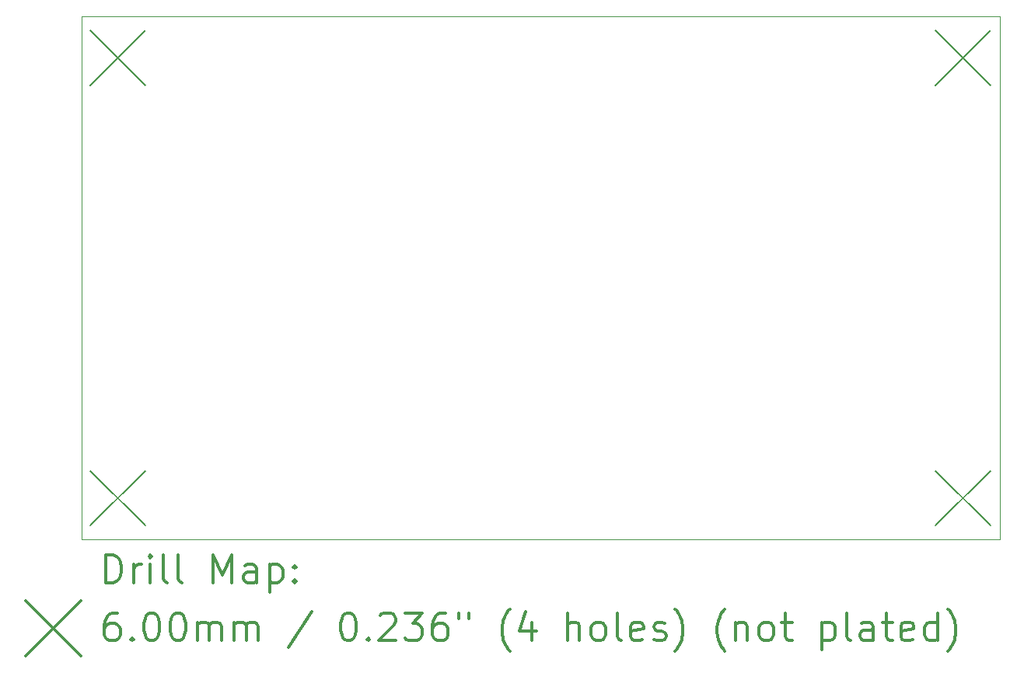
<source format=gbr>
%FSLAX45Y45*%
G04 Gerber Fmt 4.5, Leading zero omitted, Abs format (unit mm)*
G04 Created by KiCad (PCBNEW 4.0.7) date Wednesday, May 02, 2018 'PMt' 05:51:41 PM*
%MOMM*%
%LPD*%
G01*
G04 APERTURE LIST*
%ADD10C,0.127000*%
%ADD11C,0.100000*%
%ADD12C,0.200000*%
%ADD13C,0.300000*%
G04 APERTURE END LIST*
D10*
D11*
X19479000Y-7835000D02*
X9479000Y-7835000D01*
X9479000Y-13535000D02*
X19479000Y-13535000D01*
X9479000Y-7835000D02*
X9479000Y-13535000D01*
X19479000Y-13535000D02*
X19479000Y-7835000D01*
D12*
X9579000Y-7985000D02*
X10179000Y-8585000D01*
X10179000Y-7985000D02*
X9579000Y-8585000D01*
X9579000Y-12785000D02*
X10179000Y-13385000D01*
X10179000Y-12785000D02*
X9579000Y-13385000D01*
X18779000Y-7985000D02*
X19379000Y-8585000D01*
X19379000Y-7985000D02*
X18779000Y-8585000D01*
X18779000Y-12785000D02*
X19379000Y-13385000D01*
X19379000Y-12785000D02*
X18779000Y-13385000D01*
D13*
X9745429Y-14005714D02*
X9745429Y-13705714D01*
X9816857Y-13705714D01*
X9859714Y-13720000D01*
X9888286Y-13748571D01*
X9902571Y-13777143D01*
X9916857Y-13834286D01*
X9916857Y-13877143D01*
X9902571Y-13934286D01*
X9888286Y-13962857D01*
X9859714Y-13991429D01*
X9816857Y-14005714D01*
X9745429Y-14005714D01*
X10045429Y-14005714D02*
X10045429Y-13805714D01*
X10045429Y-13862857D02*
X10059714Y-13834286D01*
X10074000Y-13820000D01*
X10102571Y-13805714D01*
X10131143Y-13805714D01*
X10231143Y-14005714D02*
X10231143Y-13805714D01*
X10231143Y-13705714D02*
X10216857Y-13720000D01*
X10231143Y-13734286D01*
X10245429Y-13720000D01*
X10231143Y-13705714D01*
X10231143Y-13734286D01*
X10416857Y-14005714D02*
X10388286Y-13991429D01*
X10374000Y-13962857D01*
X10374000Y-13705714D01*
X10574000Y-14005714D02*
X10545429Y-13991429D01*
X10531143Y-13962857D01*
X10531143Y-13705714D01*
X10916857Y-14005714D02*
X10916857Y-13705714D01*
X11016857Y-13920000D01*
X11116857Y-13705714D01*
X11116857Y-14005714D01*
X11388286Y-14005714D02*
X11388286Y-13848571D01*
X11374000Y-13820000D01*
X11345428Y-13805714D01*
X11288286Y-13805714D01*
X11259714Y-13820000D01*
X11388286Y-13991429D02*
X11359714Y-14005714D01*
X11288286Y-14005714D01*
X11259714Y-13991429D01*
X11245428Y-13962857D01*
X11245428Y-13934286D01*
X11259714Y-13905714D01*
X11288286Y-13891429D01*
X11359714Y-13891429D01*
X11388286Y-13877143D01*
X11531143Y-13805714D02*
X11531143Y-14105714D01*
X11531143Y-13820000D02*
X11559714Y-13805714D01*
X11616857Y-13805714D01*
X11645428Y-13820000D01*
X11659714Y-13834286D01*
X11674000Y-13862857D01*
X11674000Y-13948571D01*
X11659714Y-13977143D01*
X11645428Y-13991429D01*
X11616857Y-14005714D01*
X11559714Y-14005714D01*
X11531143Y-13991429D01*
X11802571Y-13977143D02*
X11816857Y-13991429D01*
X11802571Y-14005714D01*
X11788286Y-13991429D01*
X11802571Y-13977143D01*
X11802571Y-14005714D01*
X11802571Y-13820000D02*
X11816857Y-13834286D01*
X11802571Y-13848571D01*
X11788286Y-13834286D01*
X11802571Y-13820000D01*
X11802571Y-13848571D01*
X8874000Y-14200000D02*
X9474000Y-14800000D01*
X9474000Y-14200000D02*
X8874000Y-14800000D01*
X9874000Y-14335714D02*
X9816857Y-14335714D01*
X9788286Y-14350000D01*
X9774000Y-14364286D01*
X9745429Y-14407143D01*
X9731143Y-14464286D01*
X9731143Y-14578571D01*
X9745429Y-14607143D01*
X9759714Y-14621429D01*
X9788286Y-14635714D01*
X9845429Y-14635714D01*
X9874000Y-14621429D01*
X9888286Y-14607143D01*
X9902571Y-14578571D01*
X9902571Y-14507143D01*
X9888286Y-14478571D01*
X9874000Y-14464286D01*
X9845429Y-14450000D01*
X9788286Y-14450000D01*
X9759714Y-14464286D01*
X9745429Y-14478571D01*
X9731143Y-14507143D01*
X10031143Y-14607143D02*
X10045429Y-14621429D01*
X10031143Y-14635714D01*
X10016857Y-14621429D01*
X10031143Y-14607143D01*
X10031143Y-14635714D01*
X10231143Y-14335714D02*
X10259714Y-14335714D01*
X10288286Y-14350000D01*
X10302571Y-14364286D01*
X10316857Y-14392857D01*
X10331143Y-14450000D01*
X10331143Y-14521429D01*
X10316857Y-14578571D01*
X10302571Y-14607143D01*
X10288286Y-14621429D01*
X10259714Y-14635714D01*
X10231143Y-14635714D01*
X10202571Y-14621429D01*
X10188286Y-14607143D01*
X10174000Y-14578571D01*
X10159714Y-14521429D01*
X10159714Y-14450000D01*
X10174000Y-14392857D01*
X10188286Y-14364286D01*
X10202571Y-14350000D01*
X10231143Y-14335714D01*
X10516857Y-14335714D02*
X10545429Y-14335714D01*
X10574000Y-14350000D01*
X10588286Y-14364286D01*
X10602571Y-14392857D01*
X10616857Y-14450000D01*
X10616857Y-14521429D01*
X10602571Y-14578571D01*
X10588286Y-14607143D01*
X10574000Y-14621429D01*
X10545429Y-14635714D01*
X10516857Y-14635714D01*
X10488286Y-14621429D01*
X10474000Y-14607143D01*
X10459714Y-14578571D01*
X10445429Y-14521429D01*
X10445429Y-14450000D01*
X10459714Y-14392857D01*
X10474000Y-14364286D01*
X10488286Y-14350000D01*
X10516857Y-14335714D01*
X10745429Y-14635714D02*
X10745429Y-14435714D01*
X10745429Y-14464286D02*
X10759714Y-14450000D01*
X10788286Y-14435714D01*
X10831143Y-14435714D01*
X10859714Y-14450000D01*
X10874000Y-14478571D01*
X10874000Y-14635714D01*
X10874000Y-14478571D02*
X10888286Y-14450000D01*
X10916857Y-14435714D01*
X10959714Y-14435714D01*
X10988286Y-14450000D01*
X11002571Y-14478571D01*
X11002571Y-14635714D01*
X11145429Y-14635714D02*
X11145429Y-14435714D01*
X11145429Y-14464286D02*
X11159714Y-14450000D01*
X11188286Y-14435714D01*
X11231143Y-14435714D01*
X11259714Y-14450000D01*
X11274000Y-14478571D01*
X11274000Y-14635714D01*
X11274000Y-14478571D02*
X11288286Y-14450000D01*
X11316857Y-14435714D01*
X11359714Y-14435714D01*
X11388286Y-14450000D01*
X11402571Y-14478571D01*
X11402571Y-14635714D01*
X11988286Y-14321429D02*
X11731143Y-14707143D01*
X12374000Y-14335714D02*
X12402571Y-14335714D01*
X12431143Y-14350000D01*
X12445428Y-14364286D01*
X12459714Y-14392857D01*
X12474000Y-14450000D01*
X12474000Y-14521429D01*
X12459714Y-14578571D01*
X12445428Y-14607143D01*
X12431143Y-14621429D01*
X12402571Y-14635714D01*
X12374000Y-14635714D01*
X12345428Y-14621429D01*
X12331143Y-14607143D01*
X12316857Y-14578571D01*
X12302571Y-14521429D01*
X12302571Y-14450000D01*
X12316857Y-14392857D01*
X12331143Y-14364286D01*
X12345428Y-14350000D01*
X12374000Y-14335714D01*
X12602571Y-14607143D02*
X12616857Y-14621429D01*
X12602571Y-14635714D01*
X12588286Y-14621429D01*
X12602571Y-14607143D01*
X12602571Y-14635714D01*
X12731143Y-14364286D02*
X12745428Y-14350000D01*
X12774000Y-14335714D01*
X12845428Y-14335714D01*
X12874000Y-14350000D01*
X12888285Y-14364286D01*
X12902571Y-14392857D01*
X12902571Y-14421429D01*
X12888285Y-14464286D01*
X12716857Y-14635714D01*
X12902571Y-14635714D01*
X13002571Y-14335714D02*
X13188285Y-14335714D01*
X13088285Y-14450000D01*
X13131143Y-14450000D01*
X13159714Y-14464286D01*
X13174000Y-14478571D01*
X13188285Y-14507143D01*
X13188285Y-14578571D01*
X13174000Y-14607143D01*
X13159714Y-14621429D01*
X13131143Y-14635714D01*
X13045428Y-14635714D01*
X13016857Y-14621429D01*
X13002571Y-14607143D01*
X13445428Y-14335714D02*
X13388285Y-14335714D01*
X13359714Y-14350000D01*
X13345428Y-14364286D01*
X13316857Y-14407143D01*
X13302571Y-14464286D01*
X13302571Y-14578571D01*
X13316857Y-14607143D01*
X13331143Y-14621429D01*
X13359714Y-14635714D01*
X13416857Y-14635714D01*
X13445428Y-14621429D01*
X13459714Y-14607143D01*
X13474000Y-14578571D01*
X13474000Y-14507143D01*
X13459714Y-14478571D01*
X13445428Y-14464286D01*
X13416857Y-14450000D01*
X13359714Y-14450000D01*
X13331143Y-14464286D01*
X13316857Y-14478571D01*
X13302571Y-14507143D01*
X13588286Y-14335714D02*
X13588286Y-14392857D01*
X13702571Y-14335714D02*
X13702571Y-14392857D01*
X14145428Y-14750000D02*
X14131143Y-14735714D01*
X14102571Y-14692857D01*
X14088285Y-14664286D01*
X14074000Y-14621429D01*
X14059714Y-14550000D01*
X14059714Y-14492857D01*
X14074000Y-14421429D01*
X14088285Y-14378571D01*
X14102571Y-14350000D01*
X14131143Y-14307143D01*
X14145428Y-14292857D01*
X14388285Y-14435714D02*
X14388285Y-14635714D01*
X14316857Y-14321429D02*
X14245428Y-14535714D01*
X14431143Y-14535714D01*
X14774000Y-14635714D02*
X14774000Y-14335714D01*
X14902571Y-14635714D02*
X14902571Y-14478571D01*
X14888285Y-14450000D01*
X14859714Y-14435714D01*
X14816857Y-14435714D01*
X14788285Y-14450000D01*
X14774000Y-14464286D01*
X15088285Y-14635714D02*
X15059714Y-14621429D01*
X15045428Y-14607143D01*
X15031143Y-14578571D01*
X15031143Y-14492857D01*
X15045428Y-14464286D01*
X15059714Y-14450000D01*
X15088285Y-14435714D01*
X15131143Y-14435714D01*
X15159714Y-14450000D01*
X15174000Y-14464286D01*
X15188285Y-14492857D01*
X15188285Y-14578571D01*
X15174000Y-14607143D01*
X15159714Y-14621429D01*
X15131143Y-14635714D01*
X15088285Y-14635714D01*
X15359714Y-14635714D02*
X15331143Y-14621429D01*
X15316857Y-14592857D01*
X15316857Y-14335714D01*
X15588286Y-14621429D02*
X15559714Y-14635714D01*
X15502571Y-14635714D01*
X15474000Y-14621429D01*
X15459714Y-14592857D01*
X15459714Y-14478571D01*
X15474000Y-14450000D01*
X15502571Y-14435714D01*
X15559714Y-14435714D01*
X15588286Y-14450000D01*
X15602571Y-14478571D01*
X15602571Y-14507143D01*
X15459714Y-14535714D01*
X15716857Y-14621429D02*
X15745428Y-14635714D01*
X15802571Y-14635714D01*
X15831143Y-14621429D01*
X15845428Y-14592857D01*
X15845428Y-14578571D01*
X15831143Y-14550000D01*
X15802571Y-14535714D01*
X15759714Y-14535714D01*
X15731143Y-14521429D01*
X15716857Y-14492857D01*
X15716857Y-14478571D01*
X15731143Y-14450000D01*
X15759714Y-14435714D01*
X15802571Y-14435714D01*
X15831143Y-14450000D01*
X15945428Y-14750000D02*
X15959714Y-14735714D01*
X15988286Y-14692857D01*
X16002571Y-14664286D01*
X16016857Y-14621429D01*
X16031143Y-14550000D01*
X16031143Y-14492857D01*
X16016857Y-14421429D01*
X16002571Y-14378571D01*
X15988286Y-14350000D01*
X15959714Y-14307143D01*
X15945428Y-14292857D01*
X16488286Y-14750000D02*
X16474000Y-14735714D01*
X16445428Y-14692857D01*
X16431143Y-14664286D01*
X16416857Y-14621429D01*
X16402571Y-14550000D01*
X16402571Y-14492857D01*
X16416857Y-14421429D01*
X16431143Y-14378571D01*
X16445428Y-14350000D01*
X16474000Y-14307143D01*
X16488286Y-14292857D01*
X16602571Y-14435714D02*
X16602571Y-14635714D01*
X16602571Y-14464286D02*
X16616857Y-14450000D01*
X16645428Y-14435714D01*
X16688286Y-14435714D01*
X16716857Y-14450000D01*
X16731143Y-14478571D01*
X16731143Y-14635714D01*
X16916857Y-14635714D02*
X16888286Y-14621429D01*
X16874000Y-14607143D01*
X16859714Y-14578571D01*
X16859714Y-14492857D01*
X16874000Y-14464286D01*
X16888286Y-14450000D01*
X16916857Y-14435714D01*
X16959714Y-14435714D01*
X16988286Y-14450000D01*
X17002571Y-14464286D01*
X17016857Y-14492857D01*
X17016857Y-14578571D01*
X17002571Y-14607143D01*
X16988286Y-14621429D01*
X16959714Y-14635714D01*
X16916857Y-14635714D01*
X17102571Y-14435714D02*
X17216857Y-14435714D01*
X17145429Y-14335714D02*
X17145429Y-14592857D01*
X17159714Y-14621429D01*
X17188286Y-14635714D01*
X17216857Y-14635714D01*
X17545429Y-14435714D02*
X17545429Y-14735714D01*
X17545429Y-14450000D02*
X17574000Y-14435714D01*
X17631143Y-14435714D01*
X17659714Y-14450000D01*
X17674000Y-14464286D01*
X17688286Y-14492857D01*
X17688286Y-14578571D01*
X17674000Y-14607143D01*
X17659714Y-14621429D01*
X17631143Y-14635714D01*
X17574000Y-14635714D01*
X17545429Y-14621429D01*
X17859714Y-14635714D02*
X17831143Y-14621429D01*
X17816857Y-14592857D01*
X17816857Y-14335714D01*
X18102571Y-14635714D02*
X18102571Y-14478571D01*
X18088286Y-14450000D01*
X18059714Y-14435714D01*
X18002571Y-14435714D01*
X17974000Y-14450000D01*
X18102571Y-14621429D02*
X18074000Y-14635714D01*
X18002571Y-14635714D01*
X17974000Y-14621429D01*
X17959714Y-14592857D01*
X17959714Y-14564286D01*
X17974000Y-14535714D01*
X18002571Y-14521429D01*
X18074000Y-14521429D01*
X18102571Y-14507143D01*
X18202571Y-14435714D02*
X18316857Y-14435714D01*
X18245429Y-14335714D02*
X18245429Y-14592857D01*
X18259714Y-14621429D01*
X18288286Y-14635714D01*
X18316857Y-14635714D01*
X18531143Y-14621429D02*
X18502572Y-14635714D01*
X18445429Y-14635714D01*
X18416857Y-14621429D01*
X18402572Y-14592857D01*
X18402572Y-14478571D01*
X18416857Y-14450000D01*
X18445429Y-14435714D01*
X18502572Y-14435714D01*
X18531143Y-14450000D01*
X18545429Y-14478571D01*
X18545429Y-14507143D01*
X18402572Y-14535714D01*
X18802572Y-14635714D02*
X18802572Y-14335714D01*
X18802572Y-14621429D02*
X18774000Y-14635714D01*
X18716857Y-14635714D01*
X18688286Y-14621429D01*
X18674000Y-14607143D01*
X18659714Y-14578571D01*
X18659714Y-14492857D01*
X18674000Y-14464286D01*
X18688286Y-14450000D01*
X18716857Y-14435714D01*
X18774000Y-14435714D01*
X18802572Y-14450000D01*
X18916857Y-14750000D02*
X18931143Y-14735714D01*
X18959714Y-14692857D01*
X18974000Y-14664286D01*
X18988286Y-14621429D01*
X19002572Y-14550000D01*
X19002572Y-14492857D01*
X18988286Y-14421429D01*
X18974000Y-14378571D01*
X18959714Y-14350000D01*
X18931143Y-14307143D01*
X18916857Y-14292857D01*
M02*

</source>
